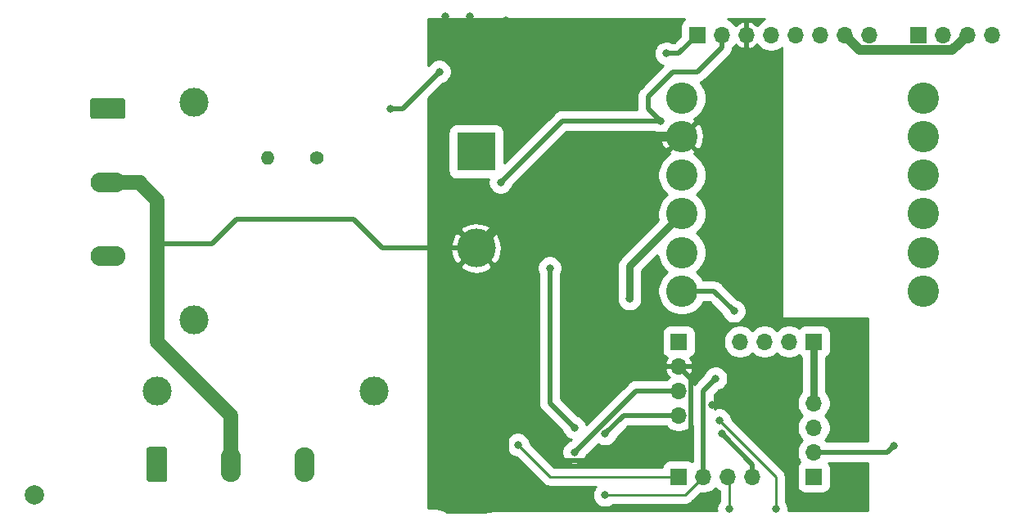
<source format=gbr>
G04 #@! TF.GenerationSoftware,KiCad,Pcbnew,5.1.5*
G04 #@! TF.CreationDate,2020-04-03T19:56:18-07:00*
G04 #@! TF.ProjectId,EEP_2,4545505f-322e-46b6-9963-61645f706362,rev?*
G04 #@! TF.SameCoordinates,Original*
G04 #@! TF.FileFunction,Copper,L2,Bot*
G04 #@! TF.FilePolarity,Positive*
%FSLAX46Y46*%
G04 Gerber Fmt 4.6, Leading zero omitted, Abs format (unit mm)*
G04 Created by KiCad (PCBNEW 5.1.5) date 2020-04-03 19:56:18*
%MOMM*%
%LPD*%
G04 APERTURE LIST*
%ADD10R,4.000000X4.000000*%
%ADD11C,4.000000*%
%ADD12C,3.000000*%
%ADD13O,1.700000X1.700000*%
%ADD14R,1.700000X1.700000*%
%ADD15O,2.100000X3.600000*%
%ADD16C,0.100000*%
%ADD17O,3.600000X2.100000*%
%ADD18C,3.250000*%
%ADD19C,1.400000*%
%ADD20O,1.400000X1.400000*%
%ADD21C,2.000000*%
%ADD22C,0.800000*%
%ADD23C,0.250000*%
%ADD24C,0.500000*%
%ADD25C,1.000000*%
%ADD26C,1.500000*%
%ADD27C,0.750000*%
%ADD28C,0.254000*%
G04 APERTURE END LIST*
D10*
X66040000Y-62865000D03*
D11*
X66040000Y-72865000D03*
D12*
X33020000Y-87630000D03*
X55520000Y-87630000D03*
X36830000Y-80285000D03*
X36830000Y-57785000D03*
D13*
X86995000Y-90170000D03*
X86995000Y-87630000D03*
X86995000Y-85090000D03*
D14*
X86995000Y-82550000D03*
X86995000Y-96520000D03*
D13*
X89535000Y-96520000D03*
X92075000Y-96520000D03*
X94615000Y-96520000D03*
D14*
X100965000Y-82550000D03*
D13*
X98425000Y-82550000D03*
X95885000Y-82550000D03*
X93345000Y-82550000D03*
X100965000Y-88900000D03*
X100965000Y-91440000D03*
X100965000Y-93980000D03*
D14*
X100965000Y-96520000D03*
D13*
X119380000Y-50800000D03*
X116840000Y-50800000D03*
X114300000Y-50800000D03*
D14*
X111760000Y-50800000D03*
D15*
X48260000Y-95250000D03*
X40640000Y-95250000D03*
G04 #@! TA.AperFunction,ComponentPad*
D16*
G36*
X33844504Y-93451204D02*
G01*
X33868773Y-93454804D01*
X33892571Y-93460765D01*
X33915671Y-93469030D01*
X33937849Y-93479520D01*
X33958893Y-93492133D01*
X33978598Y-93506747D01*
X33996777Y-93523223D01*
X34013253Y-93541402D01*
X34027867Y-93561107D01*
X34040480Y-93582151D01*
X34050970Y-93604329D01*
X34059235Y-93627429D01*
X34065196Y-93651227D01*
X34068796Y-93675496D01*
X34070000Y-93700000D01*
X34070000Y-96800000D01*
X34068796Y-96824504D01*
X34065196Y-96848773D01*
X34059235Y-96872571D01*
X34050970Y-96895671D01*
X34040480Y-96917849D01*
X34027867Y-96938893D01*
X34013253Y-96958598D01*
X33996777Y-96976777D01*
X33978598Y-96993253D01*
X33958893Y-97007867D01*
X33937849Y-97020480D01*
X33915671Y-97030970D01*
X33892571Y-97039235D01*
X33868773Y-97045196D01*
X33844504Y-97048796D01*
X33820000Y-97050000D01*
X32220000Y-97050000D01*
X32195496Y-97048796D01*
X32171227Y-97045196D01*
X32147429Y-97039235D01*
X32124329Y-97030970D01*
X32102151Y-97020480D01*
X32081107Y-97007867D01*
X32061402Y-96993253D01*
X32043223Y-96976777D01*
X32026747Y-96958598D01*
X32012133Y-96938893D01*
X31999520Y-96917849D01*
X31989030Y-96895671D01*
X31980765Y-96872571D01*
X31974804Y-96848773D01*
X31971204Y-96824504D01*
X31970000Y-96800000D01*
X31970000Y-93700000D01*
X31971204Y-93675496D01*
X31974804Y-93651227D01*
X31980765Y-93627429D01*
X31989030Y-93604329D01*
X31999520Y-93582151D01*
X32012133Y-93561107D01*
X32026747Y-93541402D01*
X32043223Y-93523223D01*
X32061402Y-93506747D01*
X32081107Y-93492133D01*
X32102151Y-93479520D01*
X32124329Y-93469030D01*
X32147429Y-93460765D01*
X32171227Y-93454804D01*
X32195496Y-93451204D01*
X32220000Y-93450000D01*
X33820000Y-93450000D01*
X33844504Y-93451204D01*
G37*
G04 #@! TD.AperFunction*
D14*
X88900000Y-50800000D03*
D13*
X91440000Y-50800000D03*
X93980000Y-50800000D03*
X96520000Y-50800000D03*
X99060000Y-50800000D03*
X101600000Y-50800000D03*
X104140000Y-50800000D03*
X106680000Y-50800000D03*
G04 #@! TA.AperFunction,ComponentPad*
D16*
G36*
X29514504Y-57371204D02*
G01*
X29538773Y-57374804D01*
X29562571Y-57380765D01*
X29585671Y-57389030D01*
X29607849Y-57399520D01*
X29628893Y-57412133D01*
X29648598Y-57426747D01*
X29666777Y-57443223D01*
X29683253Y-57461402D01*
X29697867Y-57481107D01*
X29710480Y-57502151D01*
X29720970Y-57524329D01*
X29729235Y-57547429D01*
X29735196Y-57571227D01*
X29738796Y-57595496D01*
X29740000Y-57620000D01*
X29740000Y-59220000D01*
X29738796Y-59244504D01*
X29735196Y-59268773D01*
X29729235Y-59292571D01*
X29720970Y-59315671D01*
X29710480Y-59337849D01*
X29697867Y-59358893D01*
X29683253Y-59378598D01*
X29666777Y-59396777D01*
X29648598Y-59413253D01*
X29628893Y-59427867D01*
X29607849Y-59440480D01*
X29585671Y-59450970D01*
X29562571Y-59459235D01*
X29538773Y-59465196D01*
X29514504Y-59468796D01*
X29490000Y-59470000D01*
X26390000Y-59470000D01*
X26365496Y-59468796D01*
X26341227Y-59465196D01*
X26317429Y-59459235D01*
X26294329Y-59450970D01*
X26272151Y-59440480D01*
X26251107Y-59427867D01*
X26231402Y-59413253D01*
X26213223Y-59396777D01*
X26196747Y-59378598D01*
X26182133Y-59358893D01*
X26169520Y-59337849D01*
X26159030Y-59315671D01*
X26150765Y-59292571D01*
X26144804Y-59268773D01*
X26141204Y-59244504D01*
X26140000Y-59220000D01*
X26140000Y-57620000D01*
X26141204Y-57595496D01*
X26144804Y-57571227D01*
X26150765Y-57547429D01*
X26159030Y-57524329D01*
X26169520Y-57502151D01*
X26182133Y-57481107D01*
X26196747Y-57461402D01*
X26213223Y-57443223D01*
X26231402Y-57426747D01*
X26251107Y-57412133D01*
X26272151Y-57399520D01*
X26294329Y-57389030D01*
X26317429Y-57380765D01*
X26341227Y-57374804D01*
X26365496Y-57371204D01*
X26390000Y-57370000D01*
X29490000Y-57370000D01*
X29514504Y-57371204D01*
G37*
G04 #@! TD.AperFunction*
D17*
X27940000Y-66040000D03*
X27940000Y-73660000D03*
D18*
X112330000Y-73310000D03*
X112330000Y-77310000D03*
X112330000Y-69310000D03*
X112330000Y-65310000D03*
X112330000Y-61310000D03*
X112330000Y-57310000D03*
X87330000Y-77310000D03*
X87330000Y-73310000D03*
X87330000Y-69310000D03*
X87330000Y-65310000D03*
X87330000Y-61310000D03*
X87330000Y-57310000D03*
D19*
X49530000Y-63500000D03*
D20*
X44450000Y-63500000D03*
D21*
X20320000Y-98425000D03*
D22*
X79375000Y-98425000D03*
X90805000Y-86360000D03*
X76120000Y-62785000D03*
X75040500Y-63864500D03*
X86995000Y-93980000D03*
X90424000Y-89060000D03*
X97028000Y-87376000D03*
X66040000Y-99060000D03*
X69850000Y-98425000D03*
X81340000Y-93345000D03*
X98298000Y-93218000D03*
X98425000Y-97155000D03*
X96520000Y-77470000D03*
X96520000Y-74930000D03*
X96520000Y-72390000D03*
X96520000Y-69850000D03*
X96520000Y-67310000D03*
X96520000Y-64770000D03*
X96520000Y-62230000D03*
X96520000Y-59690000D03*
X95250000Y-53340000D03*
X91440000Y-55880000D03*
X66040000Y-54610000D03*
X66040000Y-57150000D03*
X68580000Y-54610000D03*
X69850000Y-76200000D03*
X80010000Y-67310000D03*
X80010000Y-85090000D03*
X78740000Y-77470000D03*
X69850000Y-83820000D03*
X79854999Y-94830001D03*
X88900000Y-80010000D03*
X90170000Y-82550000D03*
X71120000Y-95885000D03*
X73025000Y-93345000D03*
X76200000Y-88265000D03*
X75565000Y-82550000D03*
X83820000Y-78740000D03*
X62865000Y-48895000D03*
X65405000Y-48895000D03*
X69088000Y-49276000D03*
X85090000Y-59690000D03*
X79375000Y-92075000D03*
X91186000Y-90678000D03*
X97028000Y-99875001D03*
X68580000Y-66040000D03*
X73660000Y-74930000D03*
X76200000Y-91440000D03*
X92710000Y-79375000D03*
X85725000Y-52705000D03*
X57150000Y-58420000D03*
X62230000Y-54610000D03*
X81915000Y-78105000D03*
X76200000Y-93980000D03*
X70358000Y-93218000D03*
X92202000Y-99875001D03*
X91440000Y-92075000D03*
X109220000Y-93345000D03*
D23*
X89535000Y-96520000D02*
X87630000Y-98425000D01*
X87630000Y-98425000D02*
X79375000Y-98425000D01*
D24*
X89535000Y-87630000D02*
X89535000Y-96520000D01*
X90805000Y-86360000D02*
X89535000Y-87630000D01*
D25*
X77595000Y-61310000D02*
X87330000Y-61310000D01*
D24*
X66040000Y-72865000D02*
X56355000Y-72865000D01*
X56355000Y-72865000D02*
X53340000Y-69850000D01*
X31750000Y-66040000D02*
X27940000Y-66040000D01*
D25*
X66040000Y-72865000D02*
X76120000Y-62785000D01*
X76120000Y-62785000D02*
X77595000Y-61310000D01*
D24*
X88295001Y-86390001D02*
X88295001Y-92679999D01*
X86995000Y-85090000D02*
X88295001Y-86390001D01*
X88295001Y-92679999D02*
X86995000Y-93980000D01*
D23*
X90424000Y-89060000D02*
X92108000Y-87376000D01*
X92108000Y-87376000D02*
X97028000Y-87376000D01*
D25*
X66040000Y-99060000D02*
X69215000Y-99060000D01*
X69215000Y-99060000D02*
X69850000Y-98425000D01*
D24*
X69215000Y-97790000D02*
X69850000Y-98425000D01*
X81340000Y-93345000D02*
X79854999Y-94830001D01*
X74510001Y-94830001D02*
X73025000Y-93345000D01*
X71120000Y-91440000D02*
X69215000Y-91440000D01*
X69215000Y-91440000D02*
X69215000Y-97790000D01*
X79854999Y-94830001D02*
X74510001Y-94830001D01*
X73025000Y-93345000D02*
X71120000Y-91440000D01*
D26*
X40640000Y-90170000D02*
X40640000Y-95250000D01*
X31240000Y-66040000D02*
X31240000Y-66165000D01*
X31240000Y-66165000D02*
X33020000Y-67945000D01*
X27940000Y-66040000D02*
X31240000Y-66040000D01*
X33020000Y-82550000D02*
X40640000Y-90170000D01*
D24*
X53340000Y-69850000D02*
X41275000Y-69850000D01*
X38735000Y-72390000D02*
X33020000Y-72390000D01*
X41275000Y-69850000D02*
X38735000Y-72390000D01*
D26*
X33020000Y-67945000D02*
X33020000Y-72390000D01*
X33020000Y-72390000D02*
X33020000Y-82550000D01*
D27*
X100965000Y-88900000D02*
X100965000Y-82550000D01*
D24*
X91440000Y-52070000D02*
X91440000Y-50800000D01*
X83820000Y-58420000D02*
X83820000Y-57150000D01*
X85090000Y-59690000D02*
X83820000Y-58420000D01*
X86360000Y-54610000D02*
X88900000Y-54610000D01*
X83820000Y-57150000D02*
X86360000Y-54610000D01*
X88900000Y-54610000D02*
X91440000Y-52070000D01*
X86995000Y-90170000D02*
X81280000Y-90170000D01*
X81280000Y-90170000D02*
X79375000Y-92075000D01*
D23*
X91186000Y-90678000D02*
X97028000Y-96520000D01*
X97028000Y-96520000D02*
X97028000Y-99875001D01*
D24*
X85090000Y-59690000D02*
X74930000Y-59690000D01*
X74930000Y-59690000D02*
X68580000Y-66040000D01*
X73660000Y-74930000D02*
X73660000Y-88900000D01*
X73660000Y-88900000D02*
X76200000Y-91440000D01*
X87330000Y-77310000D02*
X90645000Y-77310000D01*
X90645000Y-77310000D02*
X92710000Y-79375000D01*
D25*
X115990001Y-51649999D02*
X116840000Y-50800000D01*
X115289999Y-52350001D02*
X115990001Y-51649999D01*
X105690001Y-52350001D02*
X115289999Y-52350001D01*
X104140000Y-50800000D02*
X105690001Y-52350001D01*
D24*
X86995000Y-52705000D02*
X88900000Y-50800000D01*
X85725000Y-52705000D02*
X86995000Y-52705000D01*
X57150000Y-58420000D02*
X58420000Y-58420000D01*
X58420000Y-58420000D02*
X62230000Y-54610000D01*
D27*
X87330000Y-69310000D02*
X81915000Y-74725000D01*
X81915000Y-74725000D02*
X81915000Y-78105000D01*
D24*
X86995000Y-87630000D02*
X82550000Y-87630000D01*
X82550000Y-87630000D02*
X76200000Y-93980000D01*
D23*
X86995000Y-96520000D02*
X73660000Y-96520000D01*
X73660000Y-96520000D02*
X70358000Y-93218000D01*
X92202000Y-96647000D02*
X92075000Y-96520000D01*
X92202000Y-99875001D02*
X92202000Y-96647000D01*
D24*
X94615000Y-95250000D02*
X94615000Y-96520000D01*
X91440000Y-92075000D02*
X94615000Y-95250000D01*
X100965000Y-93980000D02*
X108585000Y-93980000D01*
X108585000Y-93980000D02*
X109220000Y-93345000D01*
D28*
G36*
X87553709Y-49207247D02*
G01*
X87418341Y-49318341D01*
X87307247Y-49453709D01*
X87224697Y-49608149D01*
X87173864Y-49775726D01*
X87156699Y-49950000D01*
X87156699Y-50932512D01*
X86523212Y-51566000D01*
X86340504Y-51566000D01*
X86335570Y-51562703D01*
X86100987Y-51465535D01*
X85851955Y-51416000D01*
X85598045Y-51416000D01*
X85349013Y-51465535D01*
X85114430Y-51562703D01*
X84903310Y-51703768D01*
X84723768Y-51883310D01*
X84582703Y-52094430D01*
X84485535Y-52329013D01*
X84436000Y-52578045D01*
X84436000Y-52831955D01*
X84485535Y-53080987D01*
X84582703Y-53315570D01*
X84723768Y-53526690D01*
X84903310Y-53706232D01*
X85114430Y-53847297D01*
X85349013Y-53944465D01*
X85403840Y-53955371D01*
X83054169Y-56305043D01*
X83010710Y-56340709D01*
X82975044Y-56384168D01*
X82975040Y-56384172D01*
X82868374Y-56514144D01*
X82815492Y-56613080D01*
X82762610Y-56712015D01*
X82697480Y-56926717D01*
X82681000Y-57094045D01*
X82681000Y-57094055D01*
X82675490Y-57150000D01*
X82681000Y-57205945D01*
X82681000Y-58364055D01*
X82675490Y-58420000D01*
X82681000Y-58475945D01*
X82681000Y-58475954D01*
X82688391Y-58551000D01*
X74985944Y-58551000D01*
X74929999Y-58545490D01*
X74874054Y-58551000D01*
X74874045Y-58551000D01*
X74706717Y-58567480D01*
X74492015Y-58632610D01*
X74399907Y-58681843D01*
X74294143Y-58738374D01*
X74164171Y-58845040D01*
X74164168Y-58845043D01*
X74120709Y-58880709D01*
X74085043Y-58924168D01*
X68933301Y-64075911D01*
X68933301Y-60865000D01*
X68916136Y-60690726D01*
X68865303Y-60523149D01*
X68782753Y-60368709D01*
X68671659Y-60233341D01*
X68536291Y-60122247D01*
X68381851Y-60039697D01*
X68214274Y-59988864D01*
X68040000Y-59971699D01*
X64040000Y-59971699D01*
X63865726Y-59988864D01*
X63698149Y-60039697D01*
X63543709Y-60122247D01*
X63408341Y-60233341D01*
X63297247Y-60368709D01*
X63214697Y-60523149D01*
X63163864Y-60690726D01*
X63146699Y-60865000D01*
X63146699Y-64865000D01*
X63163864Y-65039274D01*
X63214697Y-65206851D01*
X63297247Y-65361291D01*
X63408341Y-65496659D01*
X63543709Y-65607753D01*
X63698149Y-65690303D01*
X63865726Y-65741136D01*
X64040000Y-65758301D01*
X67321780Y-65758301D01*
X67291000Y-65913045D01*
X67291000Y-66166955D01*
X67340535Y-66415987D01*
X67437703Y-66650570D01*
X67578768Y-66861690D01*
X67758310Y-67041232D01*
X67969430Y-67182297D01*
X68204013Y-67279465D01*
X68453045Y-67329000D01*
X68706955Y-67329000D01*
X68955987Y-67279465D01*
X69190570Y-67182297D01*
X69401690Y-67041232D01*
X69581232Y-66861690D01*
X69722297Y-66650570D01*
X69819465Y-66415987D01*
X69820623Y-66410165D01*
X75401789Y-60829000D01*
X84474496Y-60829000D01*
X84479430Y-60832297D01*
X84714013Y-60929465D01*
X84963045Y-60979000D01*
X85089508Y-60979000D01*
X85059381Y-61347885D01*
X85110401Y-61790133D01*
X85246719Y-62213930D01*
X85421001Y-62539988D01*
X85749360Y-62711035D01*
X87150395Y-61310000D01*
X87509605Y-61310000D01*
X88910640Y-62711035D01*
X89238999Y-62539988D01*
X89442277Y-62143927D01*
X89564381Y-61715818D01*
X89600619Y-61272115D01*
X89549599Y-60829867D01*
X89413281Y-60406070D01*
X89238999Y-60080012D01*
X88910640Y-59908965D01*
X87509605Y-61310000D01*
X87150395Y-61310000D01*
X87136253Y-61295858D01*
X87315858Y-61116253D01*
X87330000Y-61130395D01*
X88731035Y-59729360D01*
X88602768Y-59483125D01*
X88932581Y-59262751D01*
X89282751Y-58912581D01*
X89557878Y-58500825D01*
X89747388Y-58043307D01*
X89844000Y-57557607D01*
X89844000Y-57062393D01*
X89747388Y-56576693D01*
X89557878Y-56119175D01*
X89282751Y-55707419D01*
X89264894Y-55689562D01*
X89337985Y-55667390D01*
X89535856Y-55561626D01*
X89709291Y-55419291D01*
X89744962Y-55375826D01*
X92205833Y-52914956D01*
X92249291Y-52879291D01*
X92284957Y-52835832D01*
X92284960Y-52835829D01*
X92391626Y-52705857D01*
X92497389Y-52507986D01*
X92497390Y-52507985D01*
X92562520Y-52293283D01*
X92579000Y-52125955D01*
X92579000Y-52125936D01*
X92579614Y-52119703D01*
X92790769Y-51908548D01*
X92875418Y-51781862D01*
X92979731Y-51897588D01*
X93213080Y-52071641D01*
X93475901Y-52196825D01*
X93623110Y-52241476D01*
X93853000Y-52120155D01*
X93853000Y-50927000D01*
X93833000Y-50927000D01*
X93833000Y-50673000D01*
X93853000Y-50673000D01*
X93853000Y-49479845D01*
X93623110Y-49358524D01*
X93475901Y-49403175D01*
X93213080Y-49528359D01*
X92979731Y-49702412D01*
X92875418Y-49818138D01*
X92790769Y-49691452D01*
X92548548Y-49449231D01*
X92263725Y-49258918D01*
X92058715Y-49174000D01*
X95901285Y-49174000D01*
X95696275Y-49258918D01*
X95411452Y-49449231D01*
X95169231Y-49691452D01*
X95084582Y-49818138D01*
X94980269Y-49702412D01*
X94746920Y-49528359D01*
X94484099Y-49403175D01*
X94336890Y-49358524D01*
X94107000Y-49479845D01*
X94107000Y-50673000D01*
X94127000Y-50673000D01*
X94127000Y-50927000D01*
X94107000Y-50927000D01*
X94107000Y-52120155D01*
X94336890Y-52241476D01*
X94484099Y-52196825D01*
X94746920Y-52071641D01*
X94980269Y-51897588D01*
X95084582Y-51781862D01*
X95169231Y-51908548D01*
X95411452Y-52150769D01*
X95696275Y-52341082D01*
X96012752Y-52472171D01*
X96348723Y-52539000D01*
X96691277Y-52539000D01*
X97027248Y-52472171D01*
X97343725Y-52341082D01*
X97628548Y-52150769D01*
X97663000Y-52116317D01*
X97663000Y-80010000D01*
X97665440Y-80034776D01*
X97672667Y-80058601D01*
X97684403Y-80080557D01*
X97700197Y-80099803D01*
X97719443Y-80115597D01*
X97741399Y-80127333D01*
X97765224Y-80134560D01*
X97790000Y-80137000D01*
X106553000Y-80137000D01*
X106553000Y-92841000D01*
X102285317Y-92841000D01*
X102154317Y-92710000D01*
X102315769Y-92548548D01*
X102506082Y-92263725D01*
X102637171Y-91947248D01*
X102704000Y-91611277D01*
X102704000Y-91268723D01*
X102637171Y-90932752D01*
X102506082Y-90616275D01*
X102315769Y-90331452D01*
X102154317Y-90170000D01*
X102315769Y-90008548D01*
X102506082Y-89723725D01*
X102637171Y-89407248D01*
X102704000Y-89071277D01*
X102704000Y-88728723D01*
X102637171Y-88392752D01*
X102506082Y-88076275D01*
X102315769Y-87791452D01*
X102229000Y-87704683D01*
X102229000Y-84186739D01*
X102311291Y-84142753D01*
X102446659Y-84031659D01*
X102557753Y-83896291D01*
X102640303Y-83741851D01*
X102691136Y-83574274D01*
X102708301Y-83400000D01*
X102708301Y-81700000D01*
X102691136Y-81525726D01*
X102640303Y-81358149D01*
X102557753Y-81203709D01*
X102446659Y-81068341D01*
X102311291Y-80957247D01*
X102156851Y-80874697D01*
X101989274Y-80823864D01*
X101815000Y-80806699D01*
X100115000Y-80806699D01*
X99940726Y-80823864D01*
X99773149Y-80874697D01*
X99618709Y-80957247D01*
X99483341Y-81068341D01*
X99431746Y-81131209D01*
X99248725Y-81008918D01*
X98932248Y-80877829D01*
X98596277Y-80811000D01*
X98253723Y-80811000D01*
X97917752Y-80877829D01*
X97601275Y-81008918D01*
X97316452Y-81199231D01*
X97155000Y-81360683D01*
X96993548Y-81199231D01*
X96708725Y-81008918D01*
X96392248Y-80877829D01*
X96056277Y-80811000D01*
X95713723Y-80811000D01*
X95377752Y-80877829D01*
X95061275Y-81008918D01*
X94776452Y-81199231D01*
X94615000Y-81360683D01*
X94453548Y-81199231D01*
X94168725Y-81008918D01*
X93852248Y-80877829D01*
X93516277Y-80811000D01*
X93173723Y-80811000D01*
X92837752Y-80877829D01*
X92521275Y-81008918D01*
X92236452Y-81199231D01*
X91994231Y-81441452D01*
X91803918Y-81726275D01*
X91672829Y-82042752D01*
X91606000Y-82378723D01*
X91606000Y-82721277D01*
X91672829Y-83057248D01*
X91803918Y-83373725D01*
X91994231Y-83658548D01*
X92236452Y-83900769D01*
X92521275Y-84091082D01*
X92837752Y-84222171D01*
X93173723Y-84289000D01*
X93516277Y-84289000D01*
X93852248Y-84222171D01*
X94168725Y-84091082D01*
X94453548Y-83900769D01*
X94615000Y-83739317D01*
X94776452Y-83900769D01*
X95061275Y-84091082D01*
X95377752Y-84222171D01*
X95713723Y-84289000D01*
X96056277Y-84289000D01*
X96392248Y-84222171D01*
X96708725Y-84091082D01*
X96993548Y-83900769D01*
X97155000Y-83739317D01*
X97316452Y-83900769D01*
X97601275Y-84091082D01*
X97917752Y-84222171D01*
X98253723Y-84289000D01*
X98596277Y-84289000D01*
X98932248Y-84222171D01*
X99248725Y-84091082D01*
X99431746Y-83968791D01*
X99483341Y-84031659D01*
X99618709Y-84142753D01*
X99701001Y-84186739D01*
X99701000Y-87704683D01*
X99614231Y-87791452D01*
X99423918Y-88076275D01*
X99292829Y-88392752D01*
X99226000Y-88728723D01*
X99226000Y-89071277D01*
X99292829Y-89407248D01*
X99423918Y-89723725D01*
X99614231Y-90008548D01*
X99775683Y-90170000D01*
X99614231Y-90331452D01*
X99423918Y-90616275D01*
X99292829Y-90932752D01*
X99226000Y-91268723D01*
X99226000Y-91611277D01*
X99292829Y-91947248D01*
X99423918Y-92263725D01*
X99614231Y-92548548D01*
X99775683Y-92710000D01*
X99614231Y-92871452D01*
X99423918Y-93156275D01*
X99292829Y-93472752D01*
X99226000Y-93808723D01*
X99226000Y-94151277D01*
X99292829Y-94487248D01*
X99423918Y-94803725D01*
X99546209Y-94986746D01*
X99483341Y-95038341D01*
X99372247Y-95173709D01*
X99289697Y-95328149D01*
X99238864Y-95495726D01*
X99221699Y-95670000D01*
X99221699Y-97370000D01*
X99238864Y-97544274D01*
X99289697Y-97711851D01*
X99372247Y-97866291D01*
X99483341Y-98001659D01*
X99618709Y-98112753D01*
X99773149Y-98195303D01*
X99940726Y-98246136D01*
X100115000Y-98263301D01*
X101815000Y-98263301D01*
X101989274Y-98246136D01*
X102156851Y-98195303D01*
X102311291Y-98112753D01*
X102446659Y-98001659D01*
X102557753Y-97866291D01*
X102640303Y-97711851D01*
X102691136Y-97544274D01*
X102708301Y-97370000D01*
X102708301Y-95670000D01*
X102691136Y-95495726D01*
X102640303Y-95328149D01*
X102557753Y-95173709D01*
X102512854Y-95119000D01*
X106553000Y-95119000D01*
X106553000Y-100051000D01*
X98307245Y-100051000D01*
X98317000Y-100001956D01*
X98317000Y-99748046D01*
X98267465Y-99499014D01*
X98170297Y-99264431D01*
X98042000Y-99072420D01*
X98042000Y-96569804D01*
X98046905Y-96520000D01*
X98042000Y-96470196D01*
X98042000Y-96470188D01*
X98027328Y-96321221D01*
X98023132Y-96307389D01*
X97969346Y-96130081D01*
X97875189Y-95953926D01*
X97780228Y-95838216D01*
X97780227Y-95838215D01*
X97748475Y-95799525D01*
X97709784Y-95767772D01*
X92470517Y-90528506D01*
X92425465Y-90302013D01*
X92328297Y-90067430D01*
X92187232Y-89856310D01*
X92007690Y-89676768D01*
X91796570Y-89535703D01*
X91561987Y-89438535D01*
X91312955Y-89389000D01*
X91059045Y-89389000D01*
X90810013Y-89438535D01*
X90674000Y-89494874D01*
X90674000Y-88101788D01*
X91175166Y-87600623D01*
X91180987Y-87599465D01*
X91415570Y-87502297D01*
X91626690Y-87361232D01*
X91806232Y-87181690D01*
X91947297Y-86970570D01*
X92044465Y-86735987D01*
X92094000Y-86486955D01*
X92094000Y-86233045D01*
X92044465Y-85984013D01*
X91947297Y-85749430D01*
X91806232Y-85538310D01*
X91626690Y-85358768D01*
X91415570Y-85217703D01*
X91180987Y-85120535D01*
X90931955Y-85071000D01*
X90678045Y-85071000D01*
X90429013Y-85120535D01*
X90194430Y-85217703D01*
X89983310Y-85358768D01*
X89803768Y-85538310D01*
X89662703Y-85749430D01*
X89565535Y-85984013D01*
X89564377Y-85989834D01*
X88769173Y-86785039D01*
X88725709Y-86820709D01*
X88690040Y-86864172D01*
X88603661Y-86969425D01*
X88536082Y-86806275D01*
X88345769Y-86521452D01*
X88103548Y-86279231D01*
X87976862Y-86194582D01*
X88092588Y-86090269D01*
X88266641Y-85856920D01*
X88391825Y-85594099D01*
X88436476Y-85446890D01*
X88315155Y-85217000D01*
X87122000Y-85217000D01*
X87122000Y-85237000D01*
X86868000Y-85237000D01*
X86868000Y-85217000D01*
X85674845Y-85217000D01*
X85553524Y-85446890D01*
X85598175Y-85594099D01*
X85723359Y-85856920D01*
X85897412Y-86090269D01*
X86013138Y-86194582D01*
X85886452Y-86279231D01*
X85674683Y-86491000D01*
X82605944Y-86491000D01*
X82549999Y-86485490D01*
X82494054Y-86491000D01*
X82494045Y-86491000D01*
X82326717Y-86507480D01*
X82112015Y-86572610D01*
X82019907Y-86621843D01*
X81914143Y-86678374D01*
X81784171Y-86785040D01*
X81784168Y-86785043D01*
X81740709Y-86820709D01*
X81705043Y-86864168D01*
X77450371Y-91118841D01*
X77439465Y-91064013D01*
X77342297Y-90829430D01*
X77201232Y-90618310D01*
X77021690Y-90438768D01*
X76810570Y-90297703D01*
X76575987Y-90200535D01*
X76570166Y-90199377D01*
X74799000Y-88428212D01*
X74799000Y-81700000D01*
X85251699Y-81700000D01*
X85251699Y-83400000D01*
X85268864Y-83574274D01*
X85319697Y-83741851D01*
X85402247Y-83896291D01*
X85513341Y-84031659D01*
X85648709Y-84142753D01*
X85798245Y-84222682D01*
X85723359Y-84323080D01*
X85598175Y-84585901D01*
X85553524Y-84733110D01*
X85674845Y-84963000D01*
X86868000Y-84963000D01*
X86868000Y-84943000D01*
X87122000Y-84943000D01*
X87122000Y-84963000D01*
X88315155Y-84963000D01*
X88436476Y-84733110D01*
X88391825Y-84585901D01*
X88266641Y-84323080D01*
X88191755Y-84222682D01*
X88341291Y-84142753D01*
X88476659Y-84031659D01*
X88587753Y-83896291D01*
X88670303Y-83741851D01*
X88721136Y-83574274D01*
X88738301Y-83400000D01*
X88738301Y-81700000D01*
X88721136Y-81525726D01*
X88670303Y-81358149D01*
X88587753Y-81203709D01*
X88476659Y-81068341D01*
X88341291Y-80957247D01*
X88186851Y-80874697D01*
X88019274Y-80823864D01*
X87845000Y-80806699D01*
X86145000Y-80806699D01*
X85970726Y-80823864D01*
X85803149Y-80874697D01*
X85648709Y-80957247D01*
X85513341Y-81068341D01*
X85402247Y-81203709D01*
X85319697Y-81358149D01*
X85268864Y-81525726D01*
X85251699Y-81700000D01*
X74799000Y-81700000D01*
X74799000Y-77978045D01*
X80626000Y-77978045D01*
X80626000Y-78231955D01*
X80675535Y-78480987D01*
X80772703Y-78715570D01*
X80913768Y-78926690D01*
X81093310Y-79106232D01*
X81304430Y-79247297D01*
X81539013Y-79344465D01*
X81788045Y-79394000D01*
X82041955Y-79394000D01*
X82290987Y-79344465D01*
X82525570Y-79247297D01*
X82736690Y-79106232D01*
X82916232Y-78926690D01*
X83057297Y-78715570D01*
X83154465Y-78480987D01*
X83204000Y-78231955D01*
X83204000Y-77978045D01*
X83179000Y-77852360D01*
X83179000Y-75248565D01*
X84824952Y-73602613D01*
X84912612Y-74043307D01*
X85102122Y-74500825D01*
X85377249Y-74912581D01*
X85727419Y-75262751D01*
X85798132Y-75310000D01*
X85727419Y-75357249D01*
X85377249Y-75707419D01*
X85102122Y-76119175D01*
X84912612Y-76576693D01*
X84816000Y-77062393D01*
X84816000Y-77557607D01*
X84912612Y-78043307D01*
X85102122Y-78500825D01*
X85377249Y-78912581D01*
X85727419Y-79262751D01*
X86139175Y-79537878D01*
X86596693Y-79727388D01*
X87082393Y-79824000D01*
X87577607Y-79824000D01*
X88063307Y-79727388D01*
X88520825Y-79537878D01*
X88932581Y-79262751D01*
X89282751Y-78912581D01*
X89557878Y-78500825D01*
X89579345Y-78449000D01*
X90173212Y-78449000D01*
X91469377Y-79745166D01*
X91470535Y-79750987D01*
X91567703Y-79985570D01*
X91708768Y-80196690D01*
X91888310Y-80376232D01*
X92099430Y-80517297D01*
X92334013Y-80614465D01*
X92583045Y-80664000D01*
X92836955Y-80664000D01*
X93085987Y-80614465D01*
X93320570Y-80517297D01*
X93531690Y-80376232D01*
X93711232Y-80196690D01*
X93852297Y-79985570D01*
X93949465Y-79750987D01*
X93999000Y-79501955D01*
X93999000Y-79248045D01*
X93949465Y-78999013D01*
X93852297Y-78764430D01*
X93711232Y-78553310D01*
X93531690Y-78373768D01*
X93320570Y-78232703D01*
X93085987Y-78135535D01*
X93080166Y-78134377D01*
X91489962Y-76544174D01*
X91454291Y-76500709D01*
X91280856Y-76358374D01*
X91082985Y-76252610D01*
X90868283Y-76187480D01*
X90700955Y-76171000D01*
X90700945Y-76171000D01*
X90645000Y-76165490D01*
X90589055Y-76171000D01*
X89579345Y-76171000D01*
X89557878Y-76119175D01*
X89282751Y-75707419D01*
X88932581Y-75357249D01*
X88861868Y-75310000D01*
X88932581Y-75262751D01*
X89282751Y-74912581D01*
X89557878Y-74500825D01*
X89747388Y-74043307D01*
X89844000Y-73557607D01*
X89844000Y-73062393D01*
X89747388Y-72576693D01*
X89557878Y-72119175D01*
X89282751Y-71707419D01*
X88932581Y-71357249D01*
X88861868Y-71310000D01*
X88932581Y-71262751D01*
X89282751Y-70912581D01*
X89557878Y-70500825D01*
X89747388Y-70043307D01*
X89844000Y-69557607D01*
X89844000Y-69062393D01*
X89747388Y-68576693D01*
X89557878Y-68119175D01*
X89282751Y-67707419D01*
X88932581Y-67357249D01*
X88861868Y-67310000D01*
X88932581Y-67262751D01*
X89282751Y-66912581D01*
X89557878Y-66500825D01*
X89747388Y-66043307D01*
X89844000Y-65557607D01*
X89844000Y-65062393D01*
X89747388Y-64576693D01*
X89557878Y-64119175D01*
X89282751Y-63707419D01*
X88932581Y-63357249D01*
X88602768Y-63136875D01*
X88731035Y-62890640D01*
X87330000Y-61489605D01*
X85928965Y-62890640D01*
X86057232Y-63136875D01*
X85727419Y-63357249D01*
X85377249Y-63707419D01*
X85102122Y-64119175D01*
X84912612Y-64576693D01*
X84816000Y-65062393D01*
X84816000Y-65557607D01*
X84912612Y-66043307D01*
X85102122Y-66500825D01*
X85377249Y-66912581D01*
X85727419Y-67262751D01*
X85798132Y-67310000D01*
X85727419Y-67357249D01*
X85377249Y-67707419D01*
X85102122Y-68119175D01*
X84912612Y-68576693D01*
X84816000Y-69062393D01*
X84816000Y-69557607D01*
X84895443Y-69956992D01*
X81065124Y-73787311D01*
X81016893Y-73826893D01*
X80933287Y-73928768D01*
X80858939Y-74019362D01*
X80741567Y-74238949D01*
X80669290Y-74477213D01*
X80644885Y-74725000D01*
X80651000Y-74787087D01*
X80651001Y-77852356D01*
X80626000Y-77978045D01*
X74799000Y-77978045D01*
X74799000Y-75545504D01*
X74802297Y-75540570D01*
X74899465Y-75305987D01*
X74949000Y-75056955D01*
X74949000Y-74803045D01*
X74899465Y-74554013D01*
X74802297Y-74319430D01*
X74661232Y-74108310D01*
X74481690Y-73928768D01*
X74270570Y-73787703D01*
X74035987Y-73690535D01*
X73786955Y-73641000D01*
X73533045Y-73641000D01*
X73284013Y-73690535D01*
X73049430Y-73787703D01*
X72838310Y-73928768D01*
X72658768Y-74108310D01*
X72517703Y-74319430D01*
X72420535Y-74554013D01*
X72371000Y-74803045D01*
X72371000Y-75056955D01*
X72420535Y-75305987D01*
X72517703Y-75540570D01*
X72521000Y-75545504D01*
X72521001Y-88844045D01*
X72515490Y-88900000D01*
X72537481Y-89123283D01*
X72602611Y-89337985D01*
X72708374Y-89535856D01*
X72815040Y-89665828D01*
X72815044Y-89665832D01*
X72850710Y-89709291D01*
X72894169Y-89744957D01*
X74959377Y-91810166D01*
X74960535Y-91815987D01*
X75057703Y-92050570D01*
X75198768Y-92261690D01*
X75378310Y-92441232D01*
X75589430Y-92582297D01*
X75824013Y-92679465D01*
X75878841Y-92690371D01*
X75829835Y-92739377D01*
X75824013Y-92740535D01*
X75589430Y-92837703D01*
X75378310Y-92978768D01*
X75198768Y-93158310D01*
X75057703Y-93369430D01*
X74960535Y-93604013D01*
X74911000Y-93853045D01*
X74911000Y-94106955D01*
X74960535Y-94355987D01*
X75057703Y-94590570D01*
X75198768Y-94801690D01*
X75378310Y-94981232D01*
X75589430Y-95122297D01*
X75824013Y-95219465D01*
X76073045Y-95269000D01*
X76326955Y-95269000D01*
X76575987Y-95219465D01*
X76810570Y-95122297D01*
X77021690Y-94981232D01*
X77201232Y-94801690D01*
X77342297Y-94590570D01*
X77439465Y-94355987D01*
X77440623Y-94350165D01*
X78649970Y-93140818D01*
X78764430Y-93217297D01*
X78999013Y-93314465D01*
X79248045Y-93364000D01*
X79501955Y-93364000D01*
X79750987Y-93314465D01*
X79985570Y-93217297D01*
X80196690Y-93076232D01*
X80376232Y-92896690D01*
X80517297Y-92685570D01*
X80614465Y-92450987D01*
X80615623Y-92445165D01*
X81751789Y-91309000D01*
X85674683Y-91309000D01*
X85886452Y-91520769D01*
X86171275Y-91711082D01*
X86487752Y-91842171D01*
X86823723Y-91909000D01*
X87166277Y-91909000D01*
X87502248Y-91842171D01*
X87818725Y-91711082D01*
X88103548Y-91520769D01*
X88345769Y-91278548D01*
X88396000Y-91203372D01*
X88396001Y-94972146D01*
X88341291Y-94927247D01*
X88186851Y-94844697D01*
X88019274Y-94793864D01*
X87845000Y-94776699D01*
X86145000Y-94776699D01*
X85970726Y-94793864D01*
X85803149Y-94844697D01*
X85648709Y-94927247D01*
X85513341Y-95038341D01*
X85402247Y-95173709D01*
X85319697Y-95328149D01*
X85268864Y-95495726D01*
X85267852Y-95506000D01*
X74080013Y-95506000D01*
X71642517Y-93068505D01*
X71597465Y-92842013D01*
X71500297Y-92607430D01*
X71359232Y-92396310D01*
X71179690Y-92216768D01*
X70968570Y-92075703D01*
X70733987Y-91978535D01*
X70484955Y-91929000D01*
X70231045Y-91929000D01*
X69982013Y-91978535D01*
X69747430Y-92075703D01*
X69536310Y-92216768D01*
X69356768Y-92396310D01*
X69215703Y-92607430D01*
X69118535Y-92842013D01*
X69069000Y-93091045D01*
X69069000Y-93344955D01*
X69118535Y-93593987D01*
X69215703Y-93828570D01*
X69356768Y-94039690D01*
X69536310Y-94219232D01*
X69747430Y-94360297D01*
X69982013Y-94457465D01*
X70208505Y-94502517D01*
X72907777Y-97201789D01*
X72939525Y-97240475D01*
X72978210Y-97272223D01*
X72978215Y-97272228D01*
X73047747Y-97329291D01*
X73093926Y-97367189D01*
X73270082Y-97461346D01*
X73461221Y-97519328D01*
X73610188Y-97534000D01*
X73610198Y-97534000D01*
X73659999Y-97538905D01*
X73709800Y-97534000D01*
X78443078Y-97534000D01*
X78373768Y-97603310D01*
X78232703Y-97814430D01*
X78135535Y-98049013D01*
X78086000Y-98298045D01*
X78086000Y-98551955D01*
X78135535Y-98800987D01*
X78232703Y-99035570D01*
X78373768Y-99246690D01*
X78553310Y-99426232D01*
X78764430Y-99567297D01*
X78999013Y-99664465D01*
X79248045Y-99714000D01*
X79501955Y-99714000D01*
X79750987Y-99664465D01*
X79985570Y-99567297D01*
X80177581Y-99439000D01*
X87580199Y-99439000D01*
X87630000Y-99443905D01*
X87679801Y-99439000D01*
X87679812Y-99439000D01*
X87828779Y-99424328D01*
X88019918Y-99366346D01*
X88196074Y-99272189D01*
X88350475Y-99145475D01*
X88382232Y-99106779D01*
X89252196Y-98236816D01*
X89363723Y-98259000D01*
X89706277Y-98259000D01*
X90042248Y-98192171D01*
X90358725Y-98061082D01*
X90643548Y-97870769D01*
X90805000Y-97709317D01*
X90966452Y-97870769D01*
X91188001Y-98018803D01*
X91188000Y-99072419D01*
X91059703Y-99264431D01*
X90962535Y-99499014D01*
X90913000Y-99748046D01*
X90913000Y-100001956D01*
X90922755Y-100051000D01*
X67900102Y-100051000D01*
X67860161Y-100054934D01*
X67844430Y-100054824D01*
X67831729Y-100056069D01*
X67338723Y-100107886D01*
X67257578Y-100124543D01*
X67176202Y-100140066D01*
X67163985Y-100143755D01*
X66972596Y-100203000D01*
X63033978Y-100203000D01*
X62773984Y-100029277D01*
X62321014Y-99841651D01*
X61840145Y-99746000D01*
X61349855Y-99746000D01*
X61087000Y-99798285D01*
X61087000Y-74712499D01*
X64372106Y-74712499D01*
X64588228Y-75079258D01*
X65048105Y-75319938D01*
X65546098Y-75466275D01*
X66063071Y-75512648D01*
X66579159Y-75457273D01*
X67074526Y-75302279D01*
X67491772Y-75079258D01*
X67707894Y-74712499D01*
X66040000Y-73044605D01*
X64372106Y-74712499D01*
X61087000Y-74712499D01*
X61087000Y-72888071D01*
X63392352Y-72888071D01*
X63447727Y-73404159D01*
X63602721Y-73899526D01*
X63825742Y-74316772D01*
X64192501Y-74532894D01*
X65860395Y-72865000D01*
X66219605Y-72865000D01*
X67887499Y-74532894D01*
X68254258Y-74316772D01*
X68494938Y-73856895D01*
X68641275Y-73358902D01*
X68687648Y-72841929D01*
X68632273Y-72325841D01*
X68477279Y-71830474D01*
X68254258Y-71413228D01*
X67887499Y-71197106D01*
X66219605Y-72865000D01*
X65860395Y-72865000D01*
X64192501Y-71197106D01*
X63825742Y-71413228D01*
X63585062Y-71873105D01*
X63438725Y-72371098D01*
X63392352Y-72888071D01*
X61087000Y-72888071D01*
X61087000Y-71017501D01*
X64372106Y-71017501D01*
X66040000Y-72685395D01*
X67707894Y-71017501D01*
X67491772Y-70650742D01*
X67031895Y-70410062D01*
X66533902Y-70263725D01*
X66016929Y-70217352D01*
X65500841Y-70272727D01*
X65005474Y-70427721D01*
X64588228Y-70650742D01*
X64372106Y-71017501D01*
X61087000Y-71017501D01*
X61087000Y-57363789D01*
X62600167Y-55850623D01*
X62605987Y-55849465D01*
X62840570Y-55752297D01*
X63051690Y-55611232D01*
X63231232Y-55431690D01*
X63372297Y-55220570D01*
X63469465Y-54985987D01*
X63519000Y-54736955D01*
X63519000Y-54483045D01*
X63469465Y-54234013D01*
X63372297Y-53999430D01*
X63231232Y-53788310D01*
X63051690Y-53608768D01*
X62840570Y-53467703D01*
X62605987Y-53370535D01*
X62356955Y-53321000D01*
X62103045Y-53321000D01*
X61854013Y-53370535D01*
X61619430Y-53467703D01*
X61408310Y-53608768D01*
X61228768Y-53788310D01*
X61087703Y-53999430D01*
X61087000Y-54001127D01*
X61087000Y-49174000D01*
X87615910Y-49174000D01*
X87553709Y-49207247D01*
G37*
X87553709Y-49207247D02*
X87418341Y-49318341D01*
X87307247Y-49453709D01*
X87224697Y-49608149D01*
X87173864Y-49775726D01*
X87156699Y-49950000D01*
X87156699Y-50932512D01*
X86523212Y-51566000D01*
X86340504Y-51566000D01*
X86335570Y-51562703D01*
X86100987Y-51465535D01*
X85851955Y-51416000D01*
X85598045Y-51416000D01*
X85349013Y-51465535D01*
X85114430Y-51562703D01*
X84903310Y-51703768D01*
X84723768Y-51883310D01*
X84582703Y-52094430D01*
X84485535Y-52329013D01*
X84436000Y-52578045D01*
X84436000Y-52831955D01*
X84485535Y-53080987D01*
X84582703Y-53315570D01*
X84723768Y-53526690D01*
X84903310Y-53706232D01*
X85114430Y-53847297D01*
X85349013Y-53944465D01*
X85403840Y-53955371D01*
X83054169Y-56305043D01*
X83010710Y-56340709D01*
X82975044Y-56384168D01*
X82975040Y-56384172D01*
X82868374Y-56514144D01*
X82815492Y-56613080D01*
X82762610Y-56712015D01*
X82697480Y-56926717D01*
X82681000Y-57094045D01*
X82681000Y-57094055D01*
X82675490Y-57150000D01*
X82681000Y-57205945D01*
X82681000Y-58364055D01*
X82675490Y-58420000D01*
X82681000Y-58475945D01*
X82681000Y-58475954D01*
X82688391Y-58551000D01*
X74985944Y-58551000D01*
X74929999Y-58545490D01*
X74874054Y-58551000D01*
X74874045Y-58551000D01*
X74706717Y-58567480D01*
X74492015Y-58632610D01*
X74399907Y-58681843D01*
X74294143Y-58738374D01*
X74164171Y-58845040D01*
X74164168Y-58845043D01*
X74120709Y-58880709D01*
X74085043Y-58924168D01*
X68933301Y-64075911D01*
X68933301Y-60865000D01*
X68916136Y-60690726D01*
X68865303Y-60523149D01*
X68782753Y-60368709D01*
X68671659Y-60233341D01*
X68536291Y-60122247D01*
X68381851Y-60039697D01*
X68214274Y-59988864D01*
X68040000Y-59971699D01*
X64040000Y-59971699D01*
X63865726Y-59988864D01*
X63698149Y-60039697D01*
X63543709Y-60122247D01*
X63408341Y-60233341D01*
X63297247Y-60368709D01*
X63214697Y-60523149D01*
X63163864Y-60690726D01*
X63146699Y-60865000D01*
X63146699Y-64865000D01*
X63163864Y-65039274D01*
X63214697Y-65206851D01*
X63297247Y-65361291D01*
X63408341Y-65496659D01*
X63543709Y-65607753D01*
X63698149Y-65690303D01*
X63865726Y-65741136D01*
X64040000Y-65758301D01*
X67321780Y-65758301D01*
X67291000Y-65913045D01*
X67291000Y-66166955D01*
X67340535Y-66415987D01*
X67437703Y-66650570D01*
X67578768Y-66861690D01*
X67758310Y-67041232D01*
X67969430Y-67182297D01*
X68204013Y-67279465D01*
X68453045Y-67329000D01*
X68706955Y-67329000D01*
X68955987Y-67279465D01*
X69190570Y-67182297D01*
X69401690Y-67041232D01*
X69581232Y-66861690D01*
X69722297Y-66650570D01*
X69819465Y-66415987D01*
X69820623Y-66410165D01*
X75401789Y-60829000D01*
X84474496Y-60829000D01*
X84479430Y-60832297D01*
X84714013Y-60929465D01*
X84963045Y-60979000D01*
X85089508Y-60979000D01*
X85059381Y-61347885D01*
X85110401Y-61790133D01*
X85246719Y-62213930D01*
X85421001Y-62539988D01*
X85749360Y-62711035D01*
X87150395Y-61310000D01*
X87509605Y-61310000D01*
X88910640Y-62711035D01*
X89238999Y-62539988D01*
X89442277Y-62143927D01*
X89564381Y-61715818D01*
X89600619Y-61272115D01*
X89549599Y-60829867D01*
X89413281Y-60406070D01*
X89238999Y-60080012D01*
X88910640Y-59908965D01*
X87509605Y-61310000D01*
X87150395Y-61310000D01*
X87136253Y-61295858D01*
X87315858Y-61116253D01*
X87330000Y-61130395D01*
X88731035Y-59729360D01*
X88602768Y-59483125D01*
X88932581Y-59262751D01*
X89282751Y-58912581D01*
X89557878Y-58500825D01*
X89747388Y-58043307D01*
X89844000Y-57557607D01*
X89844000Y-57062393D01*
X89747388Y-56576693D01*
X89557878Y-56119175D01*
X89282751Y-55707419D01*
X89264894Y-55689562D01*
X89337985Y-55667390D01*
X89535856Y-55561626D01*
X89709291Y-55419291D01*
X89744962Y-55375826D01*
X92205833Y-52914956D01*
X92249291Y-52879291D01*
X92284957Y-52835832D01*
X92284960Y-52835829D01*
X92391626Y-52705857D01*
X92497389Y-52507986D01*
X92497390Y-52507985D01*
X92562520Y-52293283D01*
X92579000Y-52125955D01*
X92579000Y-52125936D01*
X92579614Y-52119703D01*
X92790769Y-51908548D01*
X92875418Y-51781862D01*
X92979731Y-51897588D01*
X93213080Y-52071641D01*
X93475901Y-52196825D01*
X93623110Y-52241476D01*
X93853000Y-52120155D01*
X93853000Y-50927000D01*
X93833000Y-50927000D01*
X93833000Y-50673000D01*
X93853000Y-50673000D01*
X93853000Y-49479845D01*
X93623110Y-49358524D01*
X93475901Y-49403175D01*
X93213080Y-49528359D01*
X92979731Y-49702412D01*
X92875418Y-49818138D01*
X92790769Y-49691452D01*
X92548548Y-49449231D01*
X92263725Y-49258918D01*
X92058715Y-49174000D01*
X95901285Y-49174000D01*
X95696275Y-49258918D01*
X95411452Y-49449231D01*
X95169231Y-49691452D01*
X95084582Y-49818138D01*
X94980269Y-49702412D01*
X94746920Y-49528359D01*
X94484099Y-49403175D01*
X94336890Y-49358524D01*
X94107000Y-49479845D01*
X94107000Y-50673000D01*
X94127000Y-50673000D01*
X94127000Y-50927000D01*
X94107000Y-50927000D01*
X94107000Y-52120155D01*
X94336890Y-52241476D01*
X94484099Y-52196825D01*
X94746920Y-52071641D01*
X94980269Y-51897588D01*
X95084582Y-51781862D01*
X95169231Y-51908548D01*
X95411452Y-52150769D01*
X95696275Y-52341082D01*
X96012752Y-52472171D01*
X96348723Y-52539000D01*
X96691277Y-52539000D01*
X97027248Y-52472171D01*
X97343725Y-52341082D01*
X97628548Y-52150769D01*
X97663000Y-52116317D01*
X97663000Y-80010000D01*
X97665440Y-80034776D01*
X97672667Y-80058601D01*
X97684403Y-80080557D01*
X97700197Y-80099803D01*
X97719443Y-80115597D01*
X97741399Y-80127333D01*
X97765224Y-80134560D01*
X97790000Y-80137000D01*
X106553000Y-80137000D01*
X106553000Y-92841000D01*
X102285317Y-92841000D01*
X102154317Y-92710000D01*
X102315769Y-92548548D01*
X102506082Y-92263725D01*
X102637171Y-91947248D01*
X102704000Y-91611277D01*
X102704000Y-91268723D01*
X102637171Y-90932752D01*
X102506082Y-90616275D01*
X102315769Y-90331452D01*
X102154317Y-90170000D01*
X102315769Y-90008548D01*
X102506082Y-89723725D01*
X102637171Y-89407248D01*
X102704000Y-89071277D01*
X102704000Y-88728723D01*
X102637171Y-88392752D01*
X102506082Y-88076275D01*
X102315769Y-87791452D01*
X102229000Y-87704683D01*
X102229000Y-84186739D01*
X102311291Y-84142753D01*
X102446659Y-84031659D01*
X102557753Y-83896291D01*
X102640303Y-83741851D01*
X102691136Y-83574274D01*
X102708301Y-83400000D01*
X102708301Y-81700000D01*
X102691136Y-81525726D01*
X102640303Y-81358149D01*
X102557753Y-81203709D01*
X102446659Y-81068341D01*
X102311291Y-80957247D01*
X102156851Y-80874697D01*
X101989274Y-80823864D01*
X101815000Y-80806699D01*
X100115000Y-80806699D01*
X99940726Y-80823864D01*
X99773149Y-80874697D01*
X99618709Y-80957247D01*
X99483341Y-81068341D01*
X99431746Y-81131209D01*
X99248725Y-81008918D01*
X98932248Y-80877829D01*
X98596277Y-80811000D01*
X98253723Y-80811000D01*
X97917752Y-80877829D01*
X97601275Y-81008918D01*
X97316452Y-81199231D01*
X97155000Y-81360683D01*
X96993548Y-81199231D01*
X96708725Y-81008918D01*
X96392248Y-80877829D01*
X96056277Y-80811000D01*
X95713723Y-80811000D01*
X95377752Y-80877829D01*
X95061275Y-81008918D01*
X94776452Y-81199231D01*
X94615000Y-81360683D01*
X94453548Y-81199231D01*
X94168725Y-81008918D01*
X93852248Y-80877829D01*
X93516277Y-80811000D01*
X93173723Y-80811000D01*
X92837752Y-80877829D01*
X92521275Y-81008918D01*
X92236452Y-81199231D01*
X91994231Y-81441452D01*
X91803918Y-81726275D01*
X91672829Y-82042752D01*
X91606000Y-82378723D01*
X91606000Y-82721277D01*
X91672829Y-83057248D01*
X91803918Y-83373725D01*
X91994231Y-83658548D01*
X92236452Y-83900769D01*
X92521275Y-84091082D01*
X92837752Y-84222171D01*
X93173723Y-84289000D01*
X93516277Y-84289000D01*
X93852248Y-84222171D01*
X94168725Y-84091082D01*
X94453548Y-83900769D01*
X94615000Y-83739317D01*
X94776452Y-83900769D01*
X95061275Y-84091082D01*
X95377752Y-84222171D01*
X95713723Y-84289000D01*
X96056277Y-84289000D01*
X96392248Y-84222171D01*
X96708725Y-84091082D01*
X96993548Y-83900769D01*
X97155000Y-83739317D01*
X97316452Y-83900769D01*
X97601275Y-84091082D01*
X97917752Y-84222171D01*
X98253723Y-84289000D01*
X98596277Y-84289000D01*
X98932248Y-84222171D01*
X99248725Y-84091082D01*
X99431746Y-83968791D01*
X99483341Y-84031659D01*
X99618709Y-84142753D01*
X99701001Y-84186739D01*
X99701000Y-87704683D01*
X99614231Y-87791452D01*
X99423918Y-88076275D01*
X99292829Y-88392752D01*
X99226000Y-88728723D01*
X99226000Y-89071277D01*
X99292829Y-89407248D01*
X99423918Y-89723725D01*
X99614231Y-90008548D01*
X99775683Y-90170000D01*
X99614231Y-90331452D01*
X99423918Y-90616275D01*
X99292829Y-90932752D01*
X99226000Y-91268723D01*
X99226000Y-91611277D01*
X99292829Y-91947248D01*
X99423918Y-92263725D01*
X99614231Y-92548548D01*
X99775683Y-92710000D01*
X99614231Y-92871452D01*
X99423918Y-93156275D01*
X99292829Y-93472752D01*
X99226000Y-93808723D01*
X99226000Y-94151277D01*
X99292829Y-94487248D01*
X99423918Y-94803725D01*
X99546209Y-94986746D01*
X99483341Y-95038341D01*
X99372247Y-95173709D01*
X99289697Y-95328149D01*
X99238864Y-95495726D01*
X99221699Y-95670000D01*
X99221699Y-97370000D01*
X99238864Y-97544274D01*
X99289697Y-97711851D01*
X99372247Y-97866291D01*
X99483341Y-98001659D01*
X99618709Y-98112753D01*
X99773149Y-98195303D01*
X99940726Y-98246136D01*
X100115000Y-98263301D01*
X101815000Y-98263301D01*
X101989274Y-98246136D01*
X102156851Y-98195303D01*
X102311291Y-98112753D01*
X102446659Y-98001659D01*
X102557753Y-97866291D01*
X102640303Y-97711851D01*
X102691136Y-97544274D01*
X102708301Y-97370000D01*
X102708301Y-95670000D01*
X102691136Y-95495726D01*
X102640303Y-95328149D01*
X102557753Y-95173709D01*
X102512854Y-95119000D01*
X106553000Y-95119000D01*
X106553000Y-100051000D01*
X98307245Y-100051000D01*
X98317000Y-100001956D01*
X98317000Y-99748046D01*
X98267465Y-99499014D01*
X98170297Y-99264431D01*
X98042000Y-99072420D01*
X98042000Y-96569804D01*
X98046905Y-96520000D01*
X98042000Y-96470196D01*
X98042000Y-96470188D01*
X98027328Y-96321221D01*
X98023132Y-96307389D01*
X97969346Y-96130081D01*
X97875189Y-95953926D01*
X97780228Y-95838216D01*
X97780227Y-95838215D01*
X97748475Y-95799525D01*
X97709784Y-95767772D01*
X92470517Y-90528506D01*
X92425465Y-90302013D01*
X92328297Y-90067430D01*
X92187232Y-89856310D01*
X92007690Y-89676768D01*
X91796570Y-89535703D01*
X91561987Y-89438535D01*
X91312955Y-89389000D01*
X91059045Y-89389000D01*
X90810013Y-89438535D01*
X90674000Y-89494874D01*
X90674000Y-88101788D01*
X91175166Y-87600623D01*
X91180987Y-87599465D01*
X91415570Y-87502297D01*
X91626690Y-87361232D01*
X91806232Y-87181690D01*
X91947297Y-86970570D01*
X92044465Y-86735987D01*
X92094000Y-86486955D01*
X92094000Y-86233045D01*
X92044465Y-85984013D01*
X91947297Y-85749430D01*
X91806232Y-85538310D01*
X91626690Y-85358768D01*
X91415570Y-85217703D01*
X91180987Y-85120535D01*
X90931955Y-85071000D01*
X90678045Y-85071000D01*
X90429013Y-85120535D01*
X90194430Y-85217703D01*
X89983310Y-85358768D01*
X89803768Y-85538310D01*
X89662703Y-85749430D01*
X89565535Y-85984013D01*
X89564377Y-85989834D01*
X88769173Y-86785039D01*
X88725709Y-86820709D01*
X88690040Y-86864172D01*
X88603661Y-86969425D01*
X88536082Y-86806275D01*
X88345769Y-86521452D01*
X88103548Y-86279231D01*
X87976862Y-86194582D01*
X88092588Y-86090269D01*
X88266641Y-85856920D01*
X88391825Y-85594099D01*
X88436476Y-85446890D01*
X88315155Y-85217000D01*
X87122000Y-85217000D01*
X87122000Y-85237000D01*
X86868000Y-85237000D01*
X86868000Y-85217000D01*
X85674845Y-85217000D01*
X85553524Y-85446890D01*
X85598175Y-85594099D01*
X85723359Y-85856920D01*
X85897412Y-86090269D01*
X86013138Y-86194582D01*
X85886452Y-86279231D01*
X85674683Y-86491000D01*
X82605944Y-86491000D01*
X82549999Y-86485490D01*
X82494054Y-86491000D01*
X82494045Y-86491000D01*
X82326717Y-86507480D01*
X82112015Y-86572610D01*
X82019907Y-86621843D01*
X81914143Y-86678374D01*
X81784171Y-86785040D01*
X81784168Y-86785043D01*
X81740709Y-86820709D01*
X81705043Y-86864168D01*
X77450371Y-91118841D01*
X77439465Y-91064013D01*
X77342297Y-90829430D01*
X77201232Y-90618310D01*
X77021690Y-90438768D01*
X76810570Y-90297703D01*
X76575987Y-90200535D01*
X76570166Y-90199377D01*
X74799000Y-88428212D01*
X74799000Y-81700000D01*
X85251699Y-81700000D01*
X85251699Y-83400000D01*
X85268864Y-83574274D01*
X85319697Y-83741851D01*
X85402247Y-83896291D01*
X85513341Y-84031659D01*
X85648709Y-84142753D01*
X85798245Y-84222682D01*
X85723359Y-84323080D01*
X85598175Y-84585901D01*
X85553524Y-84733110D01*
X85674845Y-84963000D01*
X86868000Y-84963000D01*
X86868000Y-84943000D01*
X87122000Y-84943000D01*
X87122000Y-84963000D01*
X88315155Y-84963000D01*
X88436476Y-84733110D01*
X88391825Y-84585901D01*
X88266641Y-84323080D01*
X88191755Y-84222682D01*
X88341291Y-84142753D01*
X88476659Y-84031659D01*
X88587753Y-83896291D01*
X88670303Y-83741851D01*
X88721136Y-83574274D01*
X88738301Y-83400000D01*
X88738301Y-81700000D01*
X88721136Y-81525726D01*
X88670303Y-81358149D01*
X88587753Y-81203709D01*
X88476659Y-81068341D01*
X88341291Y-80957247D01*
X88186851Y-80874697D01*
X88019274Y-80823864D01*
X87845000Y-80806699D01*
X86145000Y-80806699D01*
X85970726Y-80823864D01*
X85803149Y-80874697D01*
X85648709Y-80957247D01*
X85513341Y-81068341D01*
X85402247Y-81203709D01*
X85319697Y-81358149D01*
X85268864Y-81525726D01*
X85251699Y-81700000D01*
X74799000Y-81700000D01*
X74799000Y-77978045D01*
X80626000Y-77978045D01*
X80626000Y-78231955D01*
X80675535Y-78480987D01*
X80772703Y-78715570D01*
X80913768Y-78926690D01*
X81093310Y-79106232D01*
X81304430Y-79247297D01*
X81539013Y-79344465D01*
X81788045Y-79394000D01*
X82041955Y-79394000D01*
X82290987Y-79344465D01*
X82525570Y-79247297D01*
X82736690Y-79106232D01*
X82916232Y-78926690D01*
X83057297Y-78715570D01*
X83154465Y-78480987D01*
X83204000Y-78231955D01*
X83204000Y-77978045D01*
X83179000Y-77852360D01*
X83179000Y-75248565D01*
X84824952Y-73602613D01*
X84912612Y-74043307D01*
X85102122Y-74500825D01*
X85377249Y-74912581D01*
X85727419Y-75262751D01*
X85798132Y-75310000D01*
X85727419Y-75357249D01*
X85377249Y-75707419D01*
X85102122Y-76119175D01*
X84912612Y-76576693D01*
X84816000Y-77062393D01*
X84816000Y-77557607D01*
X84912612Y-78043307D01*
X85102122Y-78500825D01*
X85377249Y-78912581D01*
X85727419Y-79262751D01*
X86139175Y-79537878D01*
X86596693Y-79727388D01*
X87082393Y-79824000D01*
X87577607Y-79824000D01*
X88063307Y-79727388D01*
X88520825Y-79537878D01*
X88932581Y-79262751D01*
X89282751Y-78912581D01*
X89557878Y-78500825D01*
X89579345Y-78449000D01*
X90173212Y-78449000D01*
X91469377Y-79745166D01*
X91470535Y-79750987D01*
X91567703Y-79985570D01*
X91708768Y-80196690D01*
X91888310Y-80376232D01*
X92099430Y-80517297D01*
X92334013Y-80614465D01*
X92583045Y-80664000D01*
X92836955Y-80664000D01*
X93085987Y-80614465D01*
X93320570Y-80517297D01*
X93531690Y-80376232D01*
X93711232Y-80196690D01*
X93852297Y-79985570D01*
X93949465Y-79750987D01*
X93999000Y-79501955D01*
X93999000Y-79248045D01*
X93949465Y-78999013D01*
X93852297Y-78764430D01*
X93711232Y-78553310D01*
X93531690Y-78373768D01*
X93320570Y-78232703D01*
X93085987Y-78135535D01*
X93080166Y-78134377D01*
X91489962Y-76544174D01*
X91454291Y-76500709D01*
X91280856Y-76358374D01*
X91082985Y-76252610D01*
X90868283Y-76187480D01*
X90700955Y-76171000D01*
X90700945Y-76171000D01*
X90645000Y-76165490D01*
X90589055Y-76171000D01*
X89579345Y-76171000D01*
X89557878Y-76119175D01*
X89282751Y-75707419D01*
X88932581Y-75357249D01*
X88861868Y-75310000D01*
X88932581Y-75262751D01*
X89282751Y-74912581D01*
X89557878Y-74500825D01*
X89747388Y-74043307D01*
X89844000Y-73557607D01*
X89844000Y-73062393D01*
X89747388Y-72576693D01*
X89557878Y-72119175D01*
X89282751Y-71707419D01*
X88932581Y-71357249D01*
X88861868Y-71310000D01*
X88932581Y-71262751D01*
X89282751Y-70912581D01*
X89557878Y-70500825D01*
X89747388Y-70043307D01*
X89844000Y-69557607D01*
X89844000Y-69062393D01*
X89747388Y-68576693D01*
X89557878Y-68119175D01*
X89282751Y-67707419D01*
X88932581Y-67357249D01*
X88861868Y-67310000D01*
X88932581Y-67262751D01*
X89282751Y-66912581D01*
X89557878Y-66500825D01*
X89747388Y-66043307D01*
X89844000Y-65557607D01*
X89844000Y-65062393D01*
X89747388Y-64576693D01*
X89557878Y-64119175D01*
X89282751Y-63707419D01*
X88932581Y-63357249D01*
X88602768Y-63136875D01*
X88731035Y-62890640D01*
X87330000Y-61489605D01*
X85928965Y-62890640D01*
X86057232Y-63136875D01*
X85727419Y-63357249D01*
X85377249Y-63707419D01*
X85102122Y-64119175D01*
X84912612Y-64576693D01*
X84816000Y-65062393D01*
X84816000Y-65557607D01*
X84912612Y-66043307D01*
X85102122Y-66500825D01*
X85377249Y-66912581D01*
X85727419Y-67262751D01*
X85798132Y-67310000D01*
X85727419Y-67357249D01*
X85377249Y-67707419D01*
X85102122Y-68119175D01*
X84912612Y-68576693D01*
X84816000Y-69062393D01*
X84816000Y-69557607D01*
X84895443Y-69956992D01*
X81065124Y-73787311D01*
X81016893Y-73826893D01*
X80933287Y-73928768D01*
X80858939Y-74019362D01*
X80741567Y-74238949D01*
X80669290Y-74477213D01*
X80644885Y-74725000D01*
X80651000Y-74787087D01*
X80651001Y-77852356D01*
X80626000Y-77978045D01*
X74799000Y-77978045D01*
X74799000Y-75545504D01*
X74802297Y-75540570D01*
X74899465Y-75305987D01*
X74949000Y-75056955D01*
X74949000Y-74803045D01*
X74899465Y-74554013D01*
X74802297Y-74319430D01*
X74661232Y-74108310D01*
X74481690Y-73928768D01*
X74270570Y-73787703D01*
X74035987Y-73690535D01*
X73786955Y-73641000D01*
X73533045Y-73641000D01*
X73284013Y-73690535D01*
X73049430Y-73787703D01*
X72838310Y-73928768D01*
X72658768Y-74108310D01*
X72517703Y-74319430D01*
X72420535Y-74554013D01*
X72371000Y-74803045D01*
X72371000Y-75056955D01*
X72420535Y-75305987D01*
X72517703Y-75540570D01*
X72521000Y-75545504D01*
X72521001Y-88844045D01*
X72515490Y-88900000D01*
X72537481Y-89123283D01*
X72602611Y-89337985D01*
X72708374Y-89535856D01*
X72815040Y-89665828D01*
X72815044Y-89665832D01*
X72850710Y-89709291D01*
X72894169Y-89744957D01*
X74959377Y-91810166D01*
X74960535Y-91815987D01*
X75057703Y-92050570D01*
X75198768Y-92261690D01*
X75378310Y-92441232D01*
X75589430Y-92582297D01*
X75824013Y-92679465D01*
X75878841Y-92690371D01*
X75829835Y-92739377D01*
X75824013Y-92740535D01*
X75589430Y-92837703D01*
X75378310Y-92978768D01*
X75198768Y-93158310D01*
X75057703Y-93369430D01*
X74960535Y-93604013D01*
X74911000Y-93853045D01*
X74911000Y-94106955D01*
X74960535Y-94355987D01*
X75057703Y-94590570D01*
X75198768Y-94801690D01*
X75378310Y-94981232D01*
X75589430Y-95122297D01*
X75824013Y-95219465D01*
X76073045Y-95269000D01*
X76326955Y-95269000D01*
X76575987Y-95219465D01*
X76810570Y-95122297D01*
X77021690Y-94981232D01*
X77201232Y-94801690D01*
X77342297Y-94590570D01*
X77439465Y-94355987D01*
X77440623Y-94350165D01*
X78649970Y-93140818D01*
X78764430Y-93217297D01*
X78999013Y-93314465D01*
X79248045Y-93364000D01*
X79501955Y-93364000D01*
X79750987Y-93314465D01*
X79985570Y-93217297D01*
X80196690Y-93076232D01*
X80376232Y-92896690D01*
X80517297Y-92685570D01*
X80614465Y-92450987D01*
X80615623Y-92445165D01*
X81751789Y-91309000D01*
X85674683Y-91309000D01*
X85886452Y-91520769D01*
X86171275Y-91711082D01*
X86487752Y-91842171D01*
X86823723Y-91909000D01*
X87166277Y-91909000D01*
X87502248Y-91842171D01*
X87818725Y-91711082D01*
X88103548Y-91520769D01*
X88345769Y-91278548D01*
X88396000Y-91203372D01*
X88396001Y-94972146D01*
X88341291Y-94927247D01*
X88186851Y-94844697D01*
X88019274Y-94793864D01*
X87845000Y-94776699D01*
X86145000Y-94776699D01*
X85970726Y-94793864D01*
X85803149Y-94844697D01*
X85648709Y-94927247D01*
X85513341Y-95038341D01*
X85402247Y-95173709D01*
X85319697Y-95328149D01*
X85268864Y-95495726D01*
X85267852Y-95506000D01*
X74080013Y-95506000D01*
X71642517Y-93068505D01*
X71597465Y-92842013D01*
X71500297Y-92607430D01*
X71359232Y-92396310D01*
X71179690Y-92216768D01*
X70968570Y-92075703D01*
X70733987Y-91978535D01*
X70484955Y-91929000D01*
X70231045Y-91929000D01*
X69982013Y-91978535D01*
X69747430Y-92075703D01*
X69536310Y-92216768D01*
X69356768Y-92396310D01*
X69215703Y-92607430D01*
X69118535Y-92842013D01*
X69069000Y-93091045D01*
X69069000Y-93344955D01*
X69118535Y-93593987D01*
X69215703Y-93828570D01*
X69356768Y-94039690D01*
X69536310Y-94219232D01*
X69747430Y-94360297D01*
X69982013Y-94457465D01*
X70208505Y-94502517D01*
X72907777Y-97201789D01*
X72939525Y-97240475D01*
X72978210Y-97272223D01*
X72978215Y-97272228D01*
X73047747Y-97329291D01*
X73093926Y-97367189D01*
X73270082Y-97461346D01*
X73461221Y-97519328D01*
X73610188Y-97534000D01*
X73610198Y-97534000D01*
X73659999Y-97538905D01*
X73709800Y-97534000D01*
X78443078Y-97534000D01*
X78373768Y-97603310D01*
X78232703Y-97814430D01*
X78135535Y-98049013D01*
X78086000Y-98298045D01*
X78086000Y-98551955D01*
X78135535Y-98800987D01*
X78232703Y-99035570D01*
X78373768Y-99246690D01*
X78553310Y-99426232D01*
X78764430Y-99567297D01*
X78999013Y-99664465D01*
X79248045Y-99714000D01*
X79501955Y-99714000D01*
X79750987Y-99664465D01*
X79985570Y-99567297D01*
X80177581Y-99439000D01*
X87580199Y-99439000D01*
X87630000Y-99443905D01*
X87679801Y-99439000D01*
X87679812Y-99439000D01*
X87828779Y-99424328D01*
X88019918Y-99366346D01*
X88196074Y-99272189D01*
X88350475Y-99145475D01*
X88382232Y-99106779D01*
X89252196Y-98236816D01*
X89363723Y-98259000D01*
X89706277Y-98259000D01*
X90042248Y-98192171D01*
X90358725Y-98061082D01*
X90643548Y-97870769D01*
X90805000Y-97709317D01*
X90966452Y-97870769D01*
X91188001Y-98018803D01*
X91188000Y-99072419D01*
X91059703Y-99264431D01*
X90962535Y-99499014D01*
X90913000Y-99748046D01*
X90913000Y-100001956D01*
X90922755Y-100051000D01*
X67900102Y-100051000D01*
X67860161Y-100054934D01*
X67844430Y-100054824D01*
X67831729Y-100056069D01*
X67338723Y-100107886D01*
X67257578Y-100124543D01*
X67176202Y-100140066D01*
X67163985Y-100143755D01*
X66972596Y-100203000D01*
X63033978Y-100203000D01*
X62773984Y-100029277D01*
X62321014Y-99841651D01*
X61840145Y-99746000D01*
X61349855Y-99746000D01*
X61087000Y-99798285D01*
X61087000Y-74712499D01*
X64372106Y-74712499D01*
X64588228Y-75079258D01*
X65048105Y-75319938D01*
X65546098Y-75466275D01*
X66063071Y-75512648D01*
X66579159Y-75457273D01*
X67074526Y-75302279D01*
X67491772Y-75079258D01*
X67707894Y-74712499D01*
X66040000Y-73044605D01*
X64372106Y-74712499D01*
X61087000Y-74712499D01*
X61087000Y-72888071D01*
X63392352Y-72888071D01*
X63447727Y-73404159D01*
X63602721Y-73899526D01*
X63825742Y-74316772D01*
X64192501Y-74532894D01*
X65860395Y-72865000D01*
X66219605Y-72865000D01*
X67887499Y-74532894D01*
X68254258Y-74316772D01*
X68494938Y-73856895D01*
X68641275Y-73358902D01*
X68687648Y-72841929D01*
X68632273Y-72325841D01*
X68477279Y-71830474D01*
X68254258Y-71413228D01*
X67887499Y-71197106D01*
X66219605Y-72865000D01*
X65860395Y-72865000D01*
X64192501Y-71197106D01*
X63825742Y-71413228D01*
X63585062Y-71873105D01*
X63438725Y-72371098D01*
X63392352Y-72888071D01*
X61087000Y-72888071D01*
X61087000Y-71017501D01*
X64372106Y-71017501D01*
X66040000Y-72685395D01*
X67707894Y-71017501D01*
X67491772Y-70650742D01*
X67031895Y-70410062D01*
X66533902Y-70263725D01*
X66016929Y-70217352D01*
X65500841Y-70272727D01*
X65005474Y-70427721D01*
X64588228Y-70650742D01*
X64372106Y-71017501D01*
X61087000Y-71017501D01*
X61087000Y-57363789D01*
X62600167Y-55850623D01*
X62605987Y-55849465D01*
X62840570Y-55752297D01*
X63051690Y-55611232D01*
X63231232Y-55431690D01*
X63372297Y-55220570D01*
X63469465Y-54985987D01*
X63519000Y-54736955D01*
X63519000Y-54483045D01*
X63469465Y-54234013D01*
X63372297Y-53999430D01*
X63231232Y-53788310D01*
X63051690Y-53608768D01*
X62840570Y-53467703D01*
X62605987Y-53370535D01*
X62356955Y-53321000D01*
X62103045Y-53321000D01*
X61854013Y-53370535D01*
X61619430Y-53467703D01*
X61408310Y-53608768D01*
X61228768Y-53788310D01*
X61087703Y-53999430D01*
X61087000Y-54001127D01*
X61087000Y-49174000D01*
X87615910Y-49174000D01*
X87553709Y-49207247D01*
M02*

</source>
